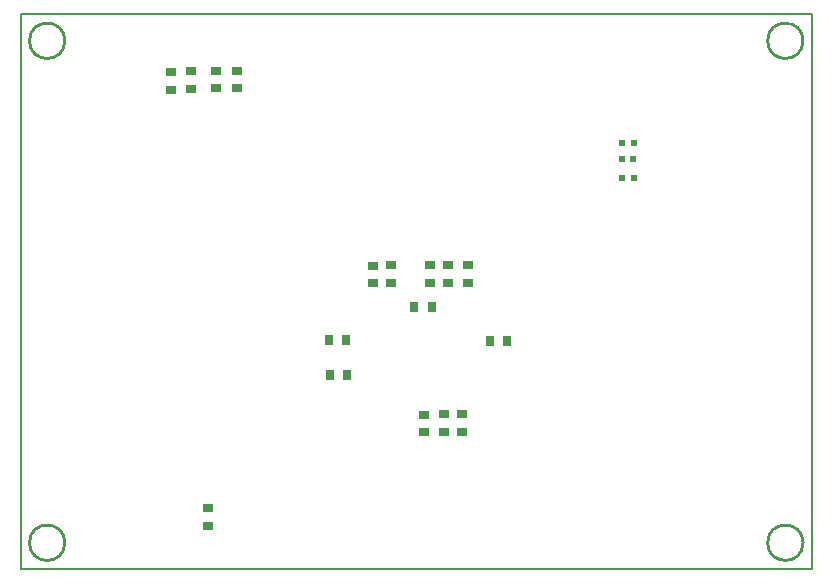
<source format=gbp>
%FSLAX25Y25*%
%MOIN*%
G70*
G01*
G75*
G04 Layer_Color=128*
%ADD10R,0.02756X0.03347*%
%ADD11R,0.04724X0.04331*%
%ADD12R,0.07874X0.07874*%
%ADD13O,0.08661X0.02362*%
%ADD14R,0.08071X0.09055*%
%ADD15O,0.05500X0.02500*%
%ADD16R,0.05500X0.02500*%
%ADD17R,0.04724X0.14567*%
%ADD18R,0.07559X0.25590*%
%ADD19R,0.06000X0.05000*%
%ADD20R,0.10630X0.03937*%
%ADD21O,0.00787X0.02559*%
%ADD22O,0.02559X0.00787*%
%ADD23R,0.15748X0.15748*%
%ADD24R,0.03347X0.02756*%
%ADD25O,0.02500X0.05500*%
%ADD26R,0.02500X0.05500*%
%ADD27R,0.05000X0.06000*%
%ADD28C,0.03000*%
%ADD29C,0.05000*%
%ADD30C,0.00600*%
%ADD31C,0.00800*%
%ADD32C,0.02000*%
%ADD33C,0.01000*%
%ADD34C,0.01500*%
%ADD35C,0.04000*%
%ADD36R,0.07284X0.19685*%
%ADD37R,0.06800X0.04000*%
%ADD38C,0.00500*%
%ADD39O,0.04724X0.06299*%
%ADD40R,0.04724X0.06299*%
%ADD41C,0.08661*%
%ADD42C,0.03150*%
%ADD43O,0.05906X0.09843*%
%ADD44R,0.05906X0.09843*%
%ADD45C,0.04724*%
%ADD46O,0.09252X0.07087*%
%ADD47O,0.05315X0.12205*%
%ADD48R,0.13386X0.04724*%
%ADD49R,0.04724X0.13386*%
%ADD50C,0.03000*%
%ADD51C,0.04000*%
%ADD52C,0.02000*%
%ADD53C,0.02598*%
%ADD54R,0.02362X0.02362*%
%ADD55R,0.15000X0.11400*%
%ADD56C,0.00984*%
%ADD57C,0.00394*%
%ADD58C,0.00591*%
%ADD59C,0.00787*%
%ADD60R,0.03556X0.04147*%
%ADD61R,0.05524X0.05131*%
%ADD62R,0.08674X0.08674*%
%ADD63O,0.09461X0.03162*%
%ADD64R,0.08871X0.09855*%
%ADD65O,0.06300X0.03300*%
%ADD66R,0.06300X0.03300*%
%ADD67R,0.05524X0.15367*%
%ADD68R,0.08359X0.26391*%
%ADD69R,0.06800X0.05800*%
%ADD70R,0.11430X0.04737*%
%ADD71R,0.00800X0.00800*%
%ADD72R,0.00800X0.00800*%
%ADD73O,0.01587X0.03359*%
%ADD74O,0.03359X0.01587*%
%ADD75R,0.16548X0.16548*%
%ADD76R,0.04147X0.03556*%
%ADD77O,0.03300X0.06300*%
%ADD78R,0.03300X0.06300*%
%ADD79R,0.05800X0.06800*%
%ADD80O,0.05524X0.07099*%
%ADD81R,0.05524X0.07099*%
%ADD82C,0.09461*%
%ADD83C,0.03950*%
%ADD84O,0.06706X0.10642*%
%ADD85R,0.06706X0.10642*%
%ADD86C,0.05524*%
%ADD87O,0.10052X0.07887*%
%ADD88O,0.06115X0.13005*%
%ADD89R,0.14186X0.05524*%
%ADD90R,0.05524X0.14186*%
%ADD91R,0.03162X0.03162*%
%ADD92C,0.03398*%
D10*
X102995Y-120100D02*
D03*
X108900D02*
D03*
X137005Y-97700D02*
D03*
X131100D02*
D03*
X102694Y-108700D02*
D03*
X108600D02*
D03*
X162305Y-109000D02*
D03*
X156400D02*
D03*
D24*
X50200Y-25106D02*
D03*
Y-19200D02*
D03*
X56800Y-24800D02*
D03*
Y-18894D02*
D03*
X65300Y-24700D02*
D03*
Y-18794D02*
D03*
X72300Y-24700D02*
D03*
Y-18794D02*
D03*
X62362Y-164632D02*
D03*
Y-170538D02*
D03*
X142500Y-83694D02*
D03*
Y-89600D02*
D03*
X136500Y-83694D02*
D03*
Y-89600D02*
D03*
X123600Y-83694D02*
D03*
Y-89600D02*
D03*
X141100Y-139206D02*
D03*
Y-133300D02*
D03*
X147200Y-139206D02*
D03*
Y-133300D02*
D03*
X134600Y-139371D02*
D03*
Y-133465D02*
D03*
X149000Y-83595D02*
D03*
Y-89500D02*
D03*
X117500Y-89700D02*
D03*
Y-83794D02*
D03*
D33*
X14764Y-8858D02*
G03*
X14764Y-8858I-5906J0D01*
G01*
Y-176181D02*
G03*
X14764Y-176181I-5906J0D01*
G01*
X260827Y-8858D02*
G03*
X260827Y-8858I-5906J0D01*
G01*
Y-176181D02*
G03*
X260827Y-176181I-5906J0D01*
G01*
D38*
X0Y0D02*
X263779D01*
X0Y-185039D02*
Y0D01*
X263779Y-185039D02*
Y0D01*
X0Y-185039D02*
X263779D01*
D54*
X200400Y-54500D02*
D03*
X204337D02*
D03*
X200556Y-42900D02*
D03*
X204493D02*
D03*
X200356Y-48301D02*
D03*
X204293D02*
D03*
M02*

</source>
